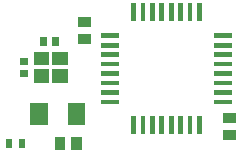
<source format=gbr>
G04 start of page 10 for group -4015 idx -4015 *
G04 Title: (unknown), toppaste *
G04 Creator: pcb 20110918 *
G04 CreationDate: Sun Sep  1 23:50:23 2013 UTC *
G04 For: mokus *
G04 Format: Gerber/RS-274X *
G04 PCB-Dimensions: 110000 80000 *
G04 PCB-Coordinate-Origin: lower left *
%MOIN*%
%FSLAX25Y25*%
%LNTOPPASTE*%
%ADD159R,0.0236X0.0236*%
%ADD158C,0.0001*%
%ADD157R,0.0453X0.0453*%
%ADD156R,0.0590X0.0590*%
%ADD155R,0.0157X0.0157*%
%ADD154R,0.0335X0.0335*%
%ADD153R,0.0216X0.0216*%
G54D153*X9330Y15393D02*Y14607D01*
X5000Y15393D02*Y14607D01*
G54D154*X78008Y23500D02*X78992D01*
X78008Y17990D02*X78992D01*
G54D155*X74066Y28977D02*X78492D01*
X74066Y32126D02*X78492D01*
X74066Y35276D02*X78492D01*
X74066Y38425D02*X78492D01*
X74066Y41575D02*X78492D01*
X74066Y44725D02*X78492D01*
X74066Y47874D02*X78492D01*
X74066Y51024D02*X78492D01*
X68523Y60992D02*Y56566D01*
X65374Y60992D02*Y56566D01*
X62224Y60992D02*Y56566D01*
X59075Y60992D02*Y56566D01*
X55925Y60992D02*Y56566D01*
X52775Y60992D02*Y56566D01*
X49626Y60992D02*Y56566D01*
X46476Y60992D02*Y56566D01*
X36508Y51023D02*X40934D01*
X36508Y47874D02*X40934D01*
X36508Y44724D02*X40934D01*
X36508Y41575D02*X40934D01*
X36508Y38425D02*X40934D01*
X36508Y35275D02*X40934D01*
X36508Y32126D02*X40934D01*
X36508Y28976D02*X40934D01*
X46477Y23434D02*Y19008D01*
X49626Y23434D02*Y19008D01*
X52776Y23434D02*Y19008D01*
X55925Y23434D02*Y19008D01*
X59075Y23434D02*Y19008D01*
X62225Y23434D02*Y19008D01*
X65374Y23434D02*Y19008D01*
X68524Y23434D02*Y19008D01*
G54D156*X27500Y25787D02*Y24213D01*
X14902Y25787D02*Y24213D01*
G54D154*X21990Y15492D02*Y14508D01*
X27500Y15492D02*Y14508D01*
G54D157*X15553Y37594D02*X16045D01*
G54D158*G36*
X13294Y45769D02*X18314Y45758D01*
X18304Y41230D01*
X13284Y41241D01*
X13294Y45769D01*
G37*
G36*
X19485Y45758D02*X24505Y45769D01*
X24515Y41241D01*
X19495Y41230D01*
X19485Y45758D01*
G37*
G54D157*X21754Y37594D02*X22246D01*
G54D154*X29508Y50000D02*X30492D01*
X29508Y55510D02*X30492D01*
G54D159*X20500Y49295D02*Y48705D01*
X16564Y49295D02*Y48705D01*
X9705Y42436D02*X10295D01*
X9705Y38500D02*X10295D01*
M02*

</source>
